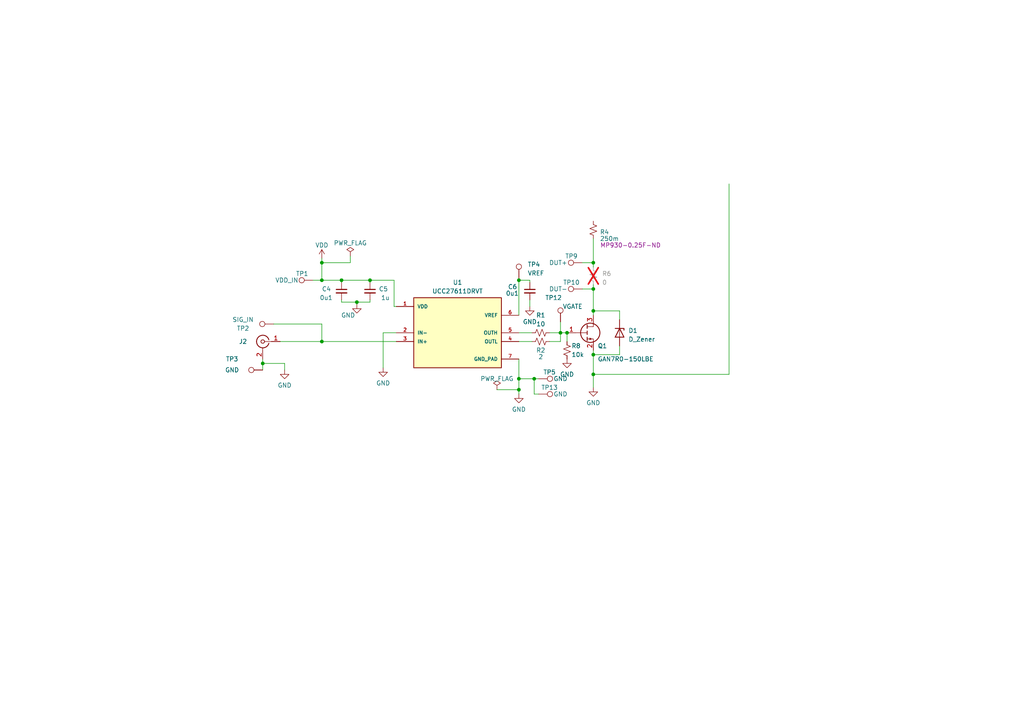
<source format=kicad_sch>
(kicad_sch (version 20230121) (generator eeschema)
  (paper "A4")
  (lib_symbols
    (symbol "Connector:Conn_Coaxial" (pin_names (offset 1.016) hide)
      (property "Reference" "J" (at 0.254 3.048 0))
      (property "Value" "Conn_Coaxial" (at 2.921 0 90))
      (symbol "Conn_Coaxial_0_1"
        (arc (start -1.778 -0.508) (mid 0.2311 -1.8066) (end 1.778 0) (stroke (width 0.254)))
        (polyline (pts (xy -2.54 0) (xy -0.508 0)))
        (polyline (pts (xy 0 -2.54) (xy 0 -1.778)))
        (circle (center 0 0) (radius 0.508) (stroke (width 0.2032)))
        (arc (start 1.778 0) (mid 0.2099 1.8101) (end -1.778 0.508) (stroke (width 0.254)))
      )
      (symbol "Conn_Coaxial_1_1"
        (pin passive line (at -5.08 0 0) (length 2.54) (name "In") (number "1"))
        (pin passive line (at 0 -5.08 90) (length 2.54) (name "Ext") (number "2"))
      )
    )
    (symbol "Connector:TestPoint" (pin_numbers hide) (pin_names (offset 0.762) hide)
      (property "Reference" "TP" (at 0 6.858 0))
      (property "Value" "TestPoint" (at 0 5.08 0))
      (symbol "TestPoint_0_1"
        (circle (center 0 3.302) (radius 0.762))
      )
      (symbol "TestPoint_1_1"
        (pin passive line (at 0 0 90) (length 2.54) (name "1") (number "1"))
      )
    )
    (symbol "DW_custom_symbols:GAN7R0-150LBE" (pin_names hide)
      (property "Reference" "Q" (at 5.08 1.905 0))
      (property "Value" "GAN7R0-150LBE" (at 5.08 0 0))
      (symbol "GAN7R0-150LBE_0_1"
        (polyline (pts (xy 0.635 0) (xy -2.54 0)))
        (polyline (pts (xy 0.762 -1.27) (xy 0.762 -2.286)) (stroke (width 0.254)))
        (polyline (pts (xy 0.762 0.508) (xy 0.762 -0.508)) (stroke (width 0.254)))
        (polyline (pts (xy 0.762 2.286) (xy 0.762 1.27)) (stroke (width 0.254)))
        (polyline (pts (xy 2.54 1.778) (xy 0.762 1.778)))
        (polyline (pts (xy 2.54 2.54) (xy 2.54 1.778)))
        (polyline (pts (xy 0.762 -1.778) (xy 2.54 -1.778) (xy 2.54 -5.08)))
        (circle (center 1.651 0) (radius 2.794) (stroke (width 0.254)))
      )
      (symbol "GAN7R0-150LBE_1_1"
        (polyline (pts (xy 1.524 -1.524) (xy 2.032 -1.778) (xy 1.524 -2.032) (xy 1.524 -1.524)) (fill (type outline)))
        (pin input line (at -5.08 0 0) (length 2.54) (name "G") (number "1"))
        (pin passive line (at 2.54 -5.08 90) (length 2.54) (name "S") (number "2"))
        (pin passive line (at 2.54 5.08 270) (length 2.54) (name "D") (number "3"))
      )
    )
    (symbol "DW_custom_symbols:UCC27611DRVT" (pin_names (offset 1.016))
      (property "Reference" "U1" (at 0 14.605 0))
      (property "Value" "UCC27611DRVT" (at 0 12.065 0))
      (symbol "UCC27611DRVT_0_0"
        (rectangle (start -12.7 -10.16) (end 12.7 10.16) (stroke (width 0.254)) (fill (type background)))
        (pin power_in line (at -17.78 7.62 0) (length 5.08) (name "VDD") (number "1"))
        (pin input line (at -17.78 0 0) (length 5.08) (name "IN-") (number "2"))
        (pin input line (at -17.78 -2.54 0) (length 5.08) (name "IN+") (number "3"))
        (pin output line (at 17.78 -2.54 180) (length 5.08) (name "OUTL") (number "4"))
        (pin output line (at 17.78 0 180) (length 5.08) (name "OUTH") (number "5"))
        (pin output line (at 17.78 5.08 180) (length 5.08) (name "VREF") (number "6"))
        (pin power_in line (at 17.78 -7.62 180) (length 5.08) (name "GND_PAD") (number "7"))
      )
    )
    (symbol "Device:C_Small" (pin_numbers hide) (pin_names (offset 0.254) hide)
      (property "Reference" "C" (at 0.254 1.778 0))
      (property "Value" "C_Small" (at 0.254 -2.032 0))
      (symbol "C_Small_0_1"
        (polyline (pts (xy -1.524 -0.508) (xy 1.524 -0.508)) (stroke (width 0.3302)))
        (polyline (pts (xy -1.524 0.508) (xy 1.524 0.508)) (stroke (width 0.3048)))
      )
      (symbol "C_Small_1_1"
        (pin passive line (at 0 2.54 270) (length 2.032) (name "~") (number "1"))
        (pin passive line (at 0 -2.54 90) (length 2.032) (name "~") (number "2"))
      )
    )
    (symbol "Device:D_Zener" (pin_numbers hide) (pin_names (offset 1.016) hide)
      (property "Reference" "D" (at 0 2.54 0))
      (property "Value" "D_Zener" (at 0 -2.54 0))
      (symbol "D_Zener_0_1"
        (polyline (pts (xy 1.27 0) (xy -1.27 0)))
        (polyline (pts (xy -1.27 -1.27) (xy -1.27 1.27) (xy -0.762 1.27)) (stroke (width 0.254)))
        (polyline (pts (xy 1.27 -1.27) (xy 1.27 1.27) (xy -1.27 0) (xy 1.27 -1.27)) (stroke (width 0.254)))
      )
      (symbol "D_Zener_1_1"
        (pin passive line (at -3.81 0 0) (length 2.54) (name "K") (number "1"))
        (pin passive line (at 3.81 0 180) (length 2.54) (name "A") (number "2"))
      )
    )
    (symbol "Device:R_Small_US" (pin_numbers hide) (pin_names (offset 0.254) hide)
      (property "Reference" "R" (at 0.762 0.508 0))
      (property "Value" "R_Small_US" (at 0.762 -1.016 0))
      (symbol "R_Small_US_1_1"
        (polyline (pts (xy 0 0) (xy 1.016 -0.381) (xy 0 -0.762) (xy -1.016 -1.143) (xy 0 -1.524)))
        (polyline (pts (xy 0 1.524) (xy 1.016 1.143) (xy 0 0.762) (xy -1.016 0.381) (xy 0 0)))
        (pin passive line (at 0 2.54 270) (length 1.016) (name "~") (number "1"))
        (pin passive line (at 0 -2.54 90) (length 1.016) (name "~") (number "2"))
      )
    )
    (symbol "power:GND" (power) (pin_names (offset 0))
      (property "Value" "GND" (at 0 -3.81 0))
      (symbol "GND_0_1"
        (polyline (pts (xy 0 0) (xy 0 -1.27) (xy 1.27 -1.27) (xy 0 -2.54) (xy -1.27 -1.27) (xy 0 -1.27)))
      )
      (symbol "GND_1_1"
        (pin power_in line (at 0 0 270) (length 0) hide (name "GND") (number "1"))
      )
    )
    (symbol "power:PWR_FLAG" (power) (pin_numbers hide) (pin_names (offset 0) hide)
      (property "Value" "PWR_FLAG" (at 0 3.81 0))
      (symbol "PWR_FLAG_0_0"
        (pin power_out line (at 0 0 90) (length 0) (name "pwr") (number "1"))
      )
      (symbol "PWR_FLAG_0_1"
        (polyline (pts (xy 0 0) (xy 0 1.27) (xy -1.016 1.905) (xy 0 2.54) (xy 1.016 1.905) (xy 0 1.27)))
      )
    )
    (symbol "power:VDD" (power) (pin_names (offset 0))
      (property "Value" "VDD" (at 0 3.81 0))
      (symbol "VDD_0_1"
        (polyline (pts (xy -0.762 1.27) (xy 0 2.54)))
        (polyline (pts (xy 0 0) (xy 0 2.54)))
        (polyline (pts (xy 0 2.54) (xy 0.762 1.27)))
      )
      (symbol "VDD_1_1"
        (pin power_in line (at 0 0 90) (length 0) hide (name "VDD") (number "1"))
      )
    )
  )
  (junction (at 150.495 109.855))
  (junction (at 76.2 105.41))
  (junction (at 93.345 99.06))
  (junction (at 172.085 90.17))
  (junction (at 93.345 76.2))
  (junction (at 172.085 102.87))
  (junction (at 150.495 113.03))
  (junction (at 162.56 96.52))
  (junction (at 154.94 109.855))
  (junction (at 164.465 96.52))
  (junction (at 99.06 81.28))
  (junction (at 107.315 81.28))
  (junction (at 172.085 108.585))
  (junction (at 150.495 81.28))
  (junction (at 172.085 76.2))
  (junction (at 93.345 81.28))
  (junction (at 103.505 87.63))
  (junction (at 172.085 83.82))
  (wire (pts (xy 81.28 99.06) (xy 93.345 99.06)))
  (wire (pts (xy 156.21 114.3) (xy 154.94 114.3)))
  (wire (pts (xy 159.385 99.06) (xy 162.56 99.06)))
  (wire (pts (xy 211.455 53.34) (xy 211.455 108.585)))
  (wire (pts (xy 172.085 69.215) (xy 172.085 76.2)))
  (wire (pts (xy 154.94 109.855) (xy 156.21 109.855)))
  (wire (pts (xy 114.3 88.9) (xy 114.935 88.9)))
  (wire (pts (xy 103.505 87.63) (xy 107.315 87.63)))
  (wire (pts (xy 172.085 102.87) (xy 172.085 108.585)))
  (wire (pts (xy 144.145 113.03) (xy 150.495 113.03)))
  (wire (pts (xy 107.315 81.28) (xy 114.3 81.28)))
  (wire (pts (xy 82.55 107.315) (xy 82.55 105.41)))
  (wire (pts (xy 150.495 109.855) (xy 154.94 109.855)))
  (wire (pts (xy 179.705 100.33) (xy 179.705 102.87)))
  (wire (pts (xy 172.085 90.17) (xy 179.705 90.17)))
  (wire (pts (xy 162.56 99.06) (xy 162.56 96.52)))
  (wire (pts (xy 164.465 96.52) (xy 164.465 99.06)))
  (wire (pts (xy 111.125 96.52) (xy 111.125 106.68)))
  (wire (pts (xy 103.505 87.63) (xy 103.505 88.265)))
  (wire (pts (xy 99.06 87.63) (xy 103.505 87.63)))
  (wire (pts (xy 90.805 81.28) (xy 93.345 81.28)))
  (wire (pts (xy 168.91 83.82) (xy 172.085 83.82)))
  (wire (pts (xy 93.345 74.93) (xy 93.345 76.2)))
  (wire (pts (xy 82.55 105.41) (xy 76.2 105.41)))
  (wire (pts (xy 150.495 104.14) (xy 150.495 109.855)))
  (wire (pts (xy 93.345 76.2) (xy 101.6 76.2)))
  (wire (pts (xy 114.3 81.28) (xy 114.3 88.9)))
  (wire (pts (xy 76.2 105.41) (xy 76.2 107.315)))
  (wire (pts (xy 93.345 93.98) (xy 93.345 99.06)))
  (wire (pts (xy 93.345 99.06) (xy 114.935 99.06)))
  (wire (pts (xy 211.455 108.585) (xy 172.085 108.585)))
  (wire (pts (xy 99.06 81.28) (xy 99.06 81.915)))
  (wire (pts (xy 172.085 108.585) (xy 172.085 112.395)))
  (wire (pts (xy 150.495 80.645) (xy 150.495 81.28)))
  (wire (pts (xy 162.56 96.52) (xy 164.465 96.52)))
  (wire (pts (xy 101.6 74.295) (xy 101.6 76.2)))
  (wire (pts (xy 107.315 81.28) (xy 107.315 81.915)))
  (wire (pts (xy 172.085 102.87) (xy 179.705 102.87)))
  (wire (pts (xy 179.705 90.17) (xy 179.705 92.71)))
  (wire (pts (xy 172.085 82.55) (xy 172.085 83.82)))
  (wire (pts (xy 172.085 90.17) (xy 172.085 91.44)))
  (wire (pts (xy 93.345 76.2) (xy 93.345 81.28)))
  (wire (pts (xy 172.085 101.6) (xy 172.085 102.87)))
  (wire (pts (xy 107.315 87.63) (xy 107.315 86.995)))
  (wire (pts (xy 93.345 81.28) (xy 99.06 81.28)))
  (wire (pts (xy 168.91 76.2) (xy 172.085 76.2)))
  (wire (pts (xy 150.495 99.06) (xy 154.305 99.06)))
  (wire (pts (xy 172.085 83.82) (xy 172.085 90.17)))
  (wire (pts (xy 99.06 81.28) (xy 107.315 81.28)))
  (wire (pts (xy 99.06 86.995) (xy 99.06 87.63)))
  (wire (pts (xy 79.375 93.98) (xy 93.345 93.98)))
  (wire (pts (xy 162.56 93.345) (xy 162.56 96.52)))
  (wire (pts (xy 150.495 113.03) (xy 150.495 114.3)))
  (wire (pts (xy 150.495 81.28) (xy 150.495 91.44)))
  (wire (pts (xy 153.67 81.28) (xy 153.67 81.915)))
  (wire (pts (xy 76.2 104.14) (xy 76.2 105.41)))
  (wire (pts (xy 172.085 76.2) (xy 172.085 77.47)))
  (wire (pts (xy 150.495 96.52) (xy 154.305 96.52)))
  (wire (pts (xy 111.125 96.52) (xy 114.935 96.52)))
  (wire (pts (xy 154.94 114.3) (xy 154.94 109.855)))
  (wire (pts (xy 153.67 86.995) (xy 153.67 88.9)))
  (wire (pts (xy 150.495 81.28) (xy 153.67 81.28)))
  (wire (pts (xy 150.495 109.855) (xy 150.495 113.03)))
  (wire (pts (xy 159.385 96.52) (xy 162.56 96.52)))
  (symbol (lib_id "Connector:TestPoint") (at 168.91 83.82 90) (unit 1)
    (property "Reference" "TP10" (at 165.735 81.915 90))
    (property "Value" "DUT-" (at 161.925 83.82 90))
    (property "Footprint" "TestPoint:TestPoint_Loop_D3.50mm_Drill1.4mm_Beaded" (effects hide))
    (instances (project "cc_laser_supply_rev-B" (path "" (reference "TP10") (unit 1)) (path "" (reference "TP13") (unit 1)) (path "" (reference "TP22") (unit 1)) (path "" (reference "TP31") (unit 1))))
  )
  (symbol (lib_id "Device:R_Small_US") (at 156.845 99.06 90) (unit 1)
    (property "Reference" "R2" (at 156.845 101.6 90))
    (property "Value" "2" (at 156.845 103.505 90))
    (property "Footprint" "Resistor_SMD:R_0805_2012Metric_Pad1.20x1.40mm_HandSolder" (effects hide))
    (instances (project "cc_laser_supply_rev-B" (path "" (reference "R2") (unit 1)) (path "" (reference "R2") (unit 1)) (path "" (reference "R11") (unit 1)) (path "" (reference "R19") (unit 1))))
  )
  (symbol (lib_id "power:VDD") (at 93.345 74.93 0) (unit 1)
    (property "Reference" "#PWR01" (effects hide))
    (property "Value" "VDD" (at 93.345 71.12 0))
    (instances (project "cc_laser_supply_rev-B" (path "" (reference "#PWR01") (unit 1)) (path "" (reference "#PWR02") (unit 1)) (path "" (reference "#PWR019") (unit 1)) (path "" (reference "#PWR029") (unit 1))))
  )
  (symbol (lib_id "power:GND") (at 103.505 88.265 0) (unit 1)
    (property "Reference" "#PWR013" (effects hide))
    (property "Value" "GND" (at 100.965 91.44 0))
    (instances (project "cc_laser_supply_rev-B" (path "" (reference "#PWR013") (unit 1)) (path "" (reference "#PWR05") (unit 1)) (path "" (reference "#PWR020") (unit 1)) (path "" (reference "#PWR031") (unit 1))))
  )
  (symbol (lib_id "power:PWR_FLAG") (at 144.145 113.03 0) (unit 1)
    (property "Reference" "#FLG02" (effects hide))
    (property "Value" "PWR_FLAG" (at 144.145 109.855 0))
    (instances (project "cc_laser_supply_rev-B" (path "" (reference "#FLG02") (unit 1)) (path "" (reference "#FLG02") (unit 1)) (path "" (reference "#FLG05") (unit 1)) (path "" (reference "#FLG07") (unit 1))))
  )
  (symbol (lib_id "Device:C_Small") (at 153.67 84.455 0) (unit 1)
    (property "Reference" "C6" (at 147.32 83.185 0) (effects (justify left)))
    (property "Value" "0u1" (at 146.685 85.09 0) (effects (justify left)))
    (property "Footprint" "Capacitor_SMD:C_0805_2012Metric_Pad1.18x1.45mm_HandSolder" (effects hide))
    (instances (project "cc_laser_supply_rev-B" (path "" (reference "C6") (unit 1)) (path "" (reference "C6") (unit 1)) (path "" (reference "C10") (unit 1)) (path "" (reference "C14") (unit 1))))
  )
  (symbol (lib_id "Device:R_Small_US") (at 164.465 101.6 0) (unit 1)
    (property "Reference" "R8" (at 165.735 100.33 0) (effects (justify left)))
    (property "Value" "10k" (at 165.735 102.87 0) (effects (justify left)))
    (instances (project "cc_laser_supply_rev-B" (path "" (reference "R8") (unit 1)) (path "" (reference "R4") (unit 1)) (path "" (reference "R12") (unit 1)) (path "" (reference "R20") (unit 1))))
  )
  (symbol (lib_id "Device:R_Small_US") (at 156.845 96.52 90) (unit 1)
    (property "Reference" "R1" (at 156.845 91.44 90))
    (property "Value" "10" (at 156.845 93.98 90))
    (property "Footprint" "Resistor_SMD:R_0805_2012Metric_Pad1.20x1.40mm_HandSolder" (effects hide))
    (instances (project "cc_laser_supply_rev-B" (path "" (reference "R1") (unit 1)) (path "" (reference "R1") (unit 1)) (path "" (reference "R9") (unit 1)) (path "" (reference "R18") (unit 1))))
  )
  (symbol (lib_id "Connector:TestPoint") (at 90.805 81.28 90) (unit 1)
    (property "Reference" "TP1" (at 87.63 79.375 90))
    (property "Value" "VDD_IN" (at 83.185 81.28 90))
    (property "Footprint" "TestPoint:TestPoint_Loop_D3.50mm_Drill1.4mm_Beaded" (effects hide))
    (instances (project "cc_laser_supply_rev-B" (path "" (reference "TP1") (unit 1)) (path "" (reference "TP3") (unit 1)) (path "" (reference "TP16") (unit 1)) (path "" (reference "TP25") (unit 1))))
  )
  (symbol (lib_id "DW_custom_symbols:UCC27611DRVT") (at 132.715 96.52 0) (unit 1)
    (property "Reference" "U1" (at 132.715 81.915 0))
    (property "Value" "UCC27611DRVT" (at 132.715 84.455 0))
    (property "Footprint" "Package_SON:WSON-6-1EP_2x2mm_P0.65mm_EP1x1.6mm" (effects hide))
    (property "MF" "Texas Instruments" (effects hide))
    (property "MOUSER-PURCHASE-URL" "https://snapeda.com/shop?store=Mouser&id=525421" (effects hide))
    (property "DESCRIPTION" "4-A/6-A single-channel gate driver with 4-V UVLO and 5-V regulated output 6-WSON -40 to 140" (effects hide))
    (property "PACKAGE" "WSON-6 Texas Instruments" (effects hide))
    (property "PRICE" "None" (effects hide))
    (property "MP" "UCC27611DRVT" (effects hide))
    (property "TEXAS_INSTRUMENTS-PURCHASE-URL" "https://snapeda.com/shop?store=Texas+Instruments&id=525421" (effects hide))
    (property "AVAILABILITY" "Warning" (effects hide))
    (property "DIGIKEY-PURCHASE-URL" "https://snapeda.com/shop?store=DigiKey&id=525421" (effects hide))
    (instances (project "cc_laser_supply_rev-B" (path "" (reference "U1") (unit 1)) (path "" (reference "U1") (unit 1)) (path "" (reference "U4") (unit 1)) (path "" (reference "U6") (unit 1))))
  )
  (symbol (lib_id "Device:R_Small_US") (at 172.085 80.01 0) (unit 1) (dnp yes)
    (property "Reference" "R6" (at 174.625 79.375 0) (effects (justify left)))
    (property "Value" "0" (at 174.625 81.915 0) (effects (justify left)))
    (property "Footprint" "Resistor_SMD:R_0805_2012Metric_Pad1.20x1.40mm_HandSolder" (effects hide))
    (instances (project "cc_laser_supply_rev-B" (path "" (reference "R6") (unit 1)) (path "" (reference "R8") (unit 1)) (path "" (reference "R17") (unit 1)) (path "" (reference "R22") (unit 1))))
  )
  (symbol (lib_id "Connector:TestPoint") (at 150.495 80.645 0) (unit 1)
    (property "Reference" "TP4" (at 153.035 76.708 0) (effects (justify left)))
    (property "Value" "VREF" (at 153.035 79.248 0) (effects (justify left)))
    (property "Footprint" "TestPoint:TestPoint_Loop_D3.50mm_Drill1.4mm_Beaded" (effects hide))
    (instances (project "cc_laser_supply_rev-B" (path "" (reference "TP4") (unit 1)) (path "" (reference "TP4") (unit 1)) (path "" (reference "TP17") (unit 1)) (path "" (reference "TP26") (unit 1))))
  )
  (symbol (lib_id "Device:C_Small") (at 99.06 84.455 0) (unit 1)
    (property "Reference" "C4" (at 93.345 83.82 0) (effects (justify left)))
    (property "Value" "0u1" (at 92.71 86.36 0) (effects (justify left)))
    (property "Footprint" "Capacitor_SMD:C_0805_2012Metric_Pad1.18x1.45mm_HandSolder" (effects hide))
    (instances (project "cc_laser_supply_rev-B" (path "" (reference "C4") (unit 1)) (path "" (reference "C4") (unit 1)) (path "" (reference "C7") (unit 1)) (path "" (reference "C11") (unit 1))))
  )
  (symbol (lib_id "Connector:TestPoint") (at 76.2 107.315 90) (unit 1)
    (property "Reference" "TP3" (at 67.31 104.14 90))
    (property "Value" "GND" (at 67.31 107.315 90))
    (property "Footprint" "TestPoint:TestPoint_Loop_D3.50mm_Drill1.4mm_Beaded" (effects hide))
    (instances (project "cc_laser_supply_rev-B" (path "" (reference "TP3") (unit 1)) (path "" (reference "TP1") (unit 1)) (path "" (reference "TP14") (unit 1)) (path "" (reference "TP23") (unit 1))))
  )
  (symbol (lib_id "Connector:TestPoint") (at 79.375 93.98 90) (unit 1)
    (property "Reference" "TP2" (at 70.485 95.25 90))
    (property "Value" "SIG_IN" (at 70.485 92.71 90))
    (property "Footprint" "TestPoint:TestPoint_Loop_D3.50mm_Drill1.4mm_Beaded" (effects hide))
    (instances (project "cc_laser_supply_rev-B" (path "" (reference "TP2") (unit 1)) (path "" (reference "TP2") (unit 1)) (path "" (reference "TP15") (unit 1)) (path "" (reference "TP24") (unit 1))))
  )
  (symbol (lib_id "Device:C_Small") (at 107.315 84.455 0) (unit 1)
    (property "Reference" "C5" (at 109.855 83.82 0) (effects (justify left)))
    (property "Value" "1u" (at 110.49 86.3663 0) (effects (justify left)))
    (property "Footprint" "Capacitor_SMD:C_0805_2012Metric_Pad1.18x1.45mm_HandSolder" (effects hide))
    (instances (project "cc_laser_supply_rev-B" (path "" (reference "C5") (unit 1)) (path "" (reference "C5") (unit 1)) (path "" (reference "C9") (unit 1)) (path "" (reference "C13") (unit 1))))
  )
  (symbol (lib_id "power:GND") (at 150.495 114.3 0) (unit 1)
    (property "Reference" "#PWR02" (effects hide))
    (property "Value" "GND" (at 150.495 118.745 0))
    (instances (project "cc_laser_supply_rev-B" (path "" (reference "#PWR02") (unit 1)) (path "" (reference "#PWR013") (unit 1)) (path "" (reference "#PWR023") (unit 1)) (path "" (reference "#PWR033") (unit 1))))
  )
  (symbol (lib_id "power:GND") (at 82.55 107.315 0) (unit 1)
    (property "Reference" "#PWR015" (effects hide))
    (property "Value" "GND" (at 82.55 111.76 0))
    (instances (project "cc_laser_supply_rev-B" (path "" (reference "#PWR015") (unit 1)) (path "" (reference "#PWR01") (unit 1)) (path "" (reference "#PWR017") (unit 1)) (path "" (reference "#PWR028") (unit 1))))
  )
  (symbol (lib_id "power:GND") (at 172.085 112.395 0) (unit 1)
    (property "Reference" "#PWR05" (effects hide))
    (property "Value" "GND" (at 172.085 116.84 0))
    (instances (project "cc_laser_supply_rev-B" (path "" (reference "#PWR05") (unit 1)) (path "" (reference "#PWR016") (unit 1)) (path "" (reference "#PWR027") (unit 1)) (path "" (reference "#PWR043") (unit 1))))
  )
  (symbol (lib_id "Connector:TestPoint") (at 168.91 76.2 90) (unit 1)
    (property "Reference" "TP9" (at 165.735 74.295 90))
    (property "Value" "DUT+" (at 161.925 76.2 90))
    (property "Footprint" "TestPoint:TestPoint_Loop_D3.50mm_Drill1.4mm_Beaded" (effects hide))
    (instances (project "cc_laser_supply_rev-B" (path "" (reference "TP9") (unit 1)) (path "" (reference "TP12") (unit 1)) (path "" (reference "TP21") (unit 1)) (path "" (reference "TP30") (unit 1))))
  )
  (symbol (lib_id "Connector:TestPoint") (at 162.56 93.345 0) (unit 1)
    (property "Reference" "TP12" (at 158.115 86.36 0) (effects (justify left)))
    (property "Value" "VGATE" (at 163.195 88.9 0) (effects (justify left)))
    (property "Footprint" "TestPoint:TestPoint_Loop_D3.50mm_Drill1.4mm_Beaded" (effects hide))
    (instances (project "cc_laser_supply_rev-B" (path "" (reference "TP12") (unit 1)) (path "" (reference "TP10") (unit 1)) (path "" (reference "TP20") (unit 1)) (path "" (reference "TP29") (unit 1))))
  )
  (symbol (lib_id "power:GND") (at 111.125 106.68 0) (unit 1)
    (property "Reference" "#PWR09" (effects hide))
    (property "Value" "GND" (at 111.125 111.125 0))
    (instances (project "cc_laser_supply_rev-B" (path "" (reference "#PWR09") (unit 1)) (path "" (reference "#PWR09") (unit 1)) (path "" (reference "#PWR021") (unit 1)) (path "" (reference "#PWR032") (unit 1))))
  )
  (symbol (lib_id "Connector:TestPoint") (at 156.21 114.3 270) (unit 1)
    (property "Reference" "TP13" (at 159.385 112.395 90))
    (property "Value" "GND" (at 162.56 114.3 90))
    (property "Footprint" "TestPoint:TestPoint_Loop_D3.50mm_Drill1.4mm_Beaded" (effects hide))
    (instances (project "cc_laser_supply_rev-B" (path "" (reference "TP13") (unit 1)) (path "" (reference "TP9") (unit 1)) (path "" (reference "TP19") (unit 1)) (path "" (reference "TP28") (unit 1))))
  )
  (symbol (lib_id "power:GND") (at 153.67 88.9 0) (unit 1)
    (property "Reference" "#PWR014" (effects hide))
    (property "Value" "GND" (at 153.67 93.345 0))
    (instances (project "cc_laser_supply_rev-B" (path "" (reference "#PWR014") (unit 1)) (path "" (reference "#PWR014") (unit 1)) (path "" (reference "#PWR024") (unit 1)) (path "" (reference "#PWR035") (unit 1))))
  )
  (symbol (lib_id "Device:D_Zener") (at 179.705 96.52 270) (unit 1)
    (property "Reference" "D1" (at 182.245 95.885 90) (effects (justify left)))
    (property "Value" "D_Zener" (at 182.245 98.425 90) (effects (justify left)))
    (instances (project "cc_laser_supply_rev-B" (path "" (reference "D1") (unit 1)) (path "" (reference "D1") (unit 1)) (path "" (reference "D6") (unit 1)) (path "" (reference "D7") (unit 1))))
  )
  (symbol (lib_id "power:GND") (at 164.465 104.14 0) (unit 1)
    (property "Reference" "#PWR016" (effects hide))
    (property "Value" "GND" (at 164.465 108.585 0))
    (instances (project "cc_laser_supply_rev-B" (path "" (reference "#PWR016") (unit 1)) (path "" (reference "#PWR015") (unit 1)) (path "" (reference "#PWR025") (unit 1)) (path "" (reference "#PWR036") (unit 1))))
  )
  (symbol (lib_id "DW_custom_symbols:GAN7R0-150LBE") (at 169.545 96.52 0) (unit 1)
    (property "Reference" "Q1" (at 173.355 100.33 0) (effects (justify left)))
    (property "Value" "GAN7R0-150LBE" (at 173.355 104.14 0) (effects (justify left)))
    (property "Footprint" "DW_Library:3-FCLGA_3.2x2.2mm" (effects hide))
    (property "Datasheet" "https://assets.nexperia.com/documents/data-sheet/GAN7R0-150LBE.pdf" (effects hide))
    (instances (project "cc_laser_supply_rev-B" (path "" (reference "Q1") (unit 1)) (path "" (reference "Q1") (unit 1)) (path "" (reference "Q2") (unit 1)) (path "" (reference "Q3") (unit 1))))
  )
  (symbol (lib_id "Device:R_Small_US") (at 172.085 66.675 0) (unit 1)
    (property "Reference" "R4" (at 173.99 67.31 0) (effects (justify left)))
    (property "Value" "250m" (at 173.99 69.215 0) (effects (justify left)))
    (property "Footprint" "Package_TO_SOT_THT:TO-220-2_Vertical" (effects hide))
    (property "Part No." "MP930-0.25F-ND" (at 182.88 71.12 0))
    (instances (project "cc_laser_supply_rev-B" (path "" (reference "R4") (unit 1)) (path "" (reference "R6") (unit 1)) (path "" (reference "R16") (unit 1)) (path "" (reference "R21") (unit 1))))
  )
  (symbol (lib_id "power:PWR_FLAG") (at 101.6 74.295 0) (unit 1)
    (property "Reference" "#FLG01" (effects hide))
    (property "Value" "PWR_FLAG" (at 101.6 70.485 0))
    (instances (project "cc_laser_supply_rev-B" (path "" (reference "#FLG01") (unit 1)) (path "" (reference "#FLG01") (unit 1)) (path "" (reference "#FLG04") (unit 1)) (path "" (reference "#FLG06") (unit 1))))
  )
  (symbol (lib_id "Connector:Conn_Coaxial") (at 76.2 99.06 0) (mirror y) (unit 1)
    (property "Reference" "J2" (at 70.485 99.06 0))
    (property "Value" "Conn_Coaxial" (effects hide))
    (property "Footprint" "DW_Library:BNC_Molex_0731375003" (effects hide))
    (property "Datasheet" " ~" (effects hide))
    (instances (project "cc_laser_supply_rev-B" (path "" (reference "J2") (unit 1)) (path "" (reference "J2") (unit 1)) (path "" (reference "J4") (unit 1)) (path "" (reference "J5") (unit 1))))
  )
  (symbol (lib_id "Connector:TestPoint") (at 156.21 109.855 270) (unit 1)
    (property "Reference" "TP5" (at 159.385 107.95 90))
    (property "Value" "GND" (at 162.56 109.855 90))
    (property "Footprint" "TestPoint:TestPoint_Loop_D3.50mm_Drill1.4mm_Beaded" (effects hide))
    (instances (project "cc_laser_supply_rev-B" (path "" (reference "TP5") (unit 1)) (path "" (reference "TP5") (unit 1)) (path "" (reference "TP18") (unit 1)) (path "" (reference "TP27") (unit 1))))
  )
)
</source>
